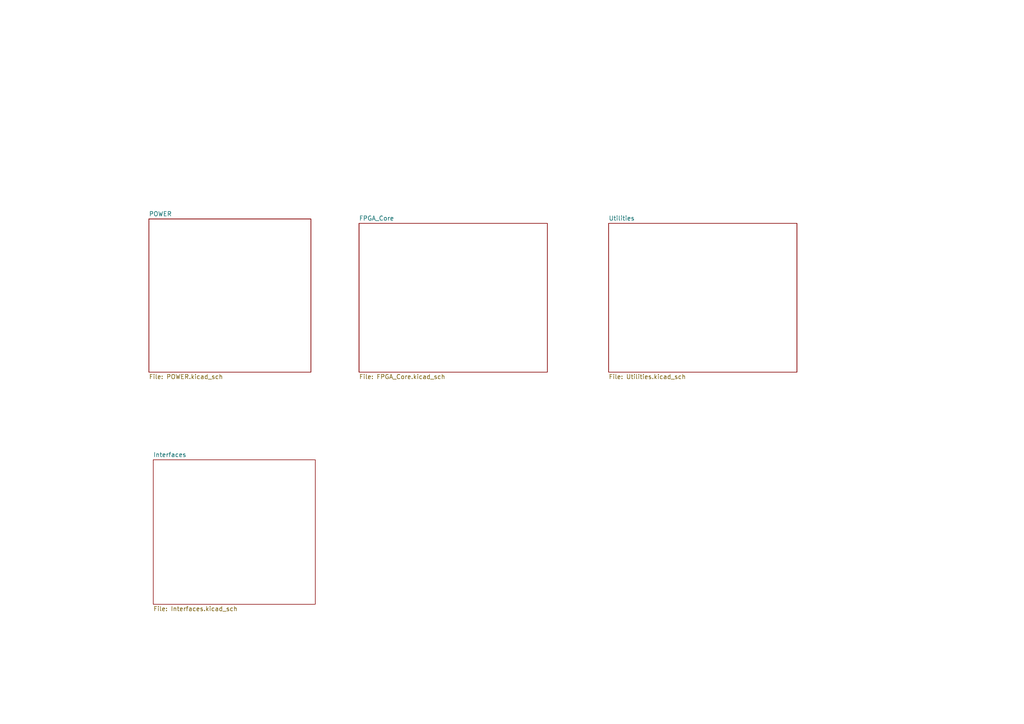
<source format=kicad_sch>
(kicad_sch
	(version 20231120)
	(generator "eeschema")
	(generator_version "8.0")
	(uuid "4cb2cc18-e1d2-4ff1-ad62-c1e8f9f30b18")
	(paper "A4")
	(lib_symbols)
	(sheet
		(at 176.53 64.77)
		(size 54.61 43.18)
		(fields_autoplaced yes)
		(stroke
			(width 0.1524)
			(type solid)
		)
		(fill
			(color 0 0 0 0.0000)
		)
		(uuid "1082b02d-60cb-4f44-a8fe-0556ba40902c")
		(property "Sheetname" "Utilities"
			(at 176.53 64.0584 0)
			(effects
				(font
					(size 1.27 1.27)
				)
				(justify left bottom)
			)
		)
		(property "Sheetfile" "Utilities.kicad_sch"
			(at 176.53 108.5346 0)
			(effects
				(font
					(size 1.27 1.27)
				)
				(justify left top)
			)
		)
		(instances
			(project "FPGA_Audio_Board"
				(path "/4cb2cc18-e1d2-4ff1-ad62-c1e8f9f30b18"
					(page "4")
				)
			)
		)
	)
	(sheet
		(at 44.45 133.35)
		(size 46.99 41.91)
		(fields_autoplaced yes)
		(stroke
			(width 0.1524)
			(type solid)
		)
		(fill
			(color 0 0 0 0.0000)
		)
		(uuid "375e937e-a575-4ba3-8a19-ceb91771c4d3")
		(property "Sheetname" "Interfaces"
			(at 44.45 132.6384 0)
			(effects
				(font
					(size 1.27 1.27)
				)
				(justify left bottom)
			)
		)
		(property "Sheetfile" "Interfaces.kicad_sch"
			(at 44.45 175.8446 0)
			(effects
				(font
					(size 1.27 1.27)
				)
				(justify left top)
			)
		)
		(property "Field2" ""
			(at 44.45 133.35 0)
			(effects
				(font
					(size 1.27 1.27)
				)
				(hide yes)
			)
		)
		(property "Field3" ""
			(at 44.45 133.35 0)
			(effects
				(font
					(size 1.27 1.27)
				)
				(hide yes)
			)
		)
		(property "Field4" ""
			(at 44.45 133.35 0)
			(effects
				(font
					(size 1.27 1.27)
				)
				(hide yes)
			)
		)
		(instances
			(project "FPGA_Audio_Board"
				(path "/4cb2cc18-e1d2-4ff1-ad62-c1e8f9f30b18"
					(page "5")
				)
			)
		)
	)
	(sheet
		(at 43.18 63.5)
		(size 46.99 44.45)
		(fields_autoplaced yes)
		(stroke
			(width 0.1524)
			(type solid)
		)
		(fill
			(color 0 0 0 0.0000)
		)
		(uuid "499cef07-ffb6-40eb-a565-4636979b0c8e")
		(property "Sheetname" "POWER"
			(at 43.18 62.7884 0)
			(effects
				(font
					(size 1.27 1.27)
				)
				(justify left bottom)
			)
		)
		(property "Sheetfile" "POWER.kicad_sch"
			(at 43.18 108.5346 0)
			(effects
				(font
					(size 1.27 1.27)
				)
				(justify left top)
			)
		)
		(property "Field2" ""
			(at 43.18 63.5 0)
			(effects
				(font
					(size 1.27 1.27)
				)
				(hide yes)
			)
		)
		(instances
			(project "FPGA_Audio_Board"
				(path "/4cb2cc18-e1d2-4ff1-ad62-c1e8f9f30b18"
					(page "2")
				)
			)
		)
	)
	(sheet
		(at 104.14 64.77)
		(size 54.61 43.18)
		(fields_autoplaced yes)
		(stroke
			(width 0.1524)
			(type solid)
		)
		(fill
			(color 0 0 0 0.0000)
		)
		(uuid "951148fe-7a43-4f67-80b5-e88a67c68589")
		(property "Sheetname" "FPGA_Core"
			(at 104.14 64.0584 0)
			(effects
				(font
					(size 1.27 1.27)
				)
				(justify left bottom)
			)
		)
		(property "Sheetfile" "FPGA_Core.kicad_sch"
			(at 104.14 108.5346 0)
			(effects
				(font
					(size 1.27 1.27)
				)
				(justify left top)
			)
		)
		(instances
			(project "FPGA_Audio_Board"
				(path "/4cb2cc18-e1d2-4ff1-ad62-c1e8f9f30b18"
					(page "3")
				)
			)
		)
	)
	(sheet_instances
		(path "/"
			(page "1")
		)
	)
)

</source>
